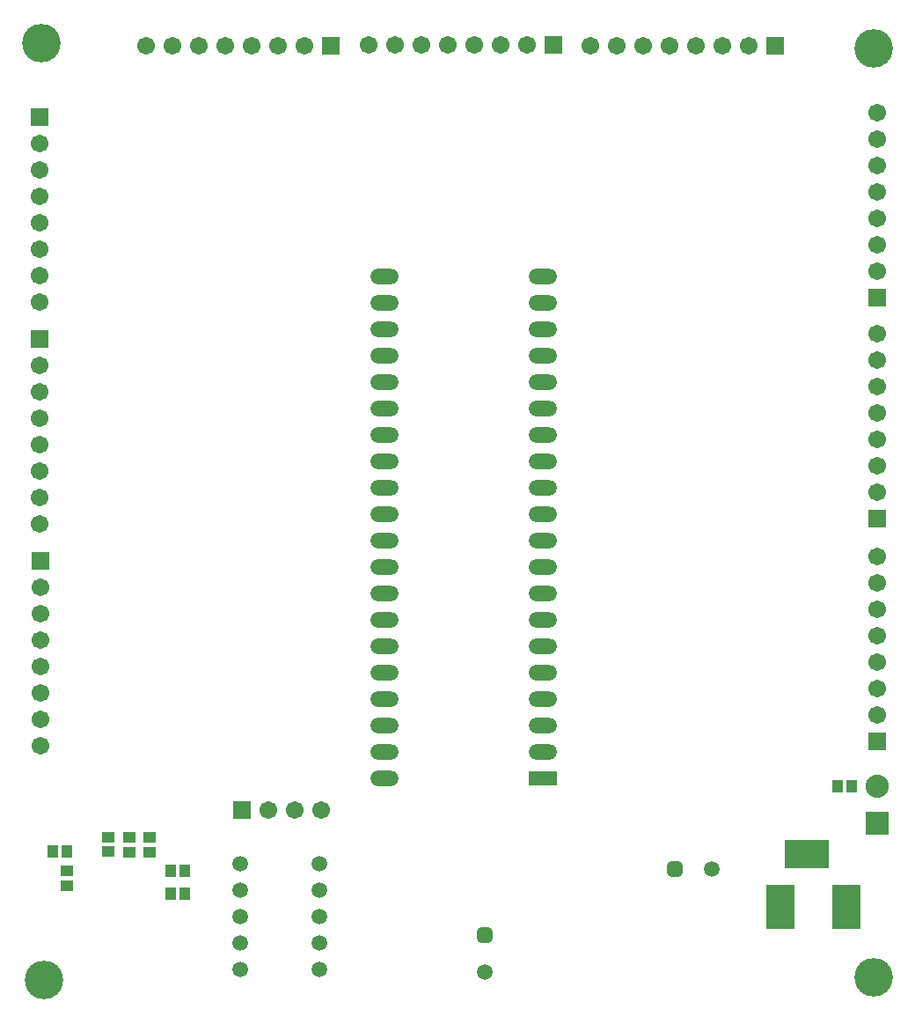
<source format=gbs>
G04*
G04 #@! TF.GenerationSoftware,Altium Limited,Altium Designer,22.7.1 (60)*
G04*
G04 Layer_Color=16711935*
%FSLAX24Y24*%
%MOIN*%
G70*
G04*
G04 #@! TF.SameCoordinates,CA99F4AA-E310-4CAD-8695-46E652682A35*
G04*
G04*
G04 #@! TF.FilePolarity,Negative*
G04*
G01*
G75*
%ADD41R,0.0454X0.0395*%
%ADD43R,0.0395X0.0454*%
%ADD49C,0.0880*%
%ADD50R,0.0880X0.0880*%
%ADD51C,0.0671*%
%ADD52R,0.0671X0.0671*%
%ADD53R,0.0671X0.0671*%
%ADD54R,0.1080X0.1680*%
%ADD55R,0.1680X0.1080*%
%ADD56C,0.1460*%
%ADD57R,0.1080X0.0580*%
%ADD58O,0.1080X0.0580*%
%ADD59C,0.0592*%
G04:AMPARAMS|DCode=60|XSize=59.2mil|YSize=59.2mil|CornerRadius=16.8mil|HoleSize=0mil|Usage=FLASHONLY|Rotation=180.000|XOffset=0mil|YOffset=0mil|HoleType=Round|Shape=RoundedRectangle|*
%AMROUNDEDRECTD60*
21,1,0.0592,0.0256,0,0,180.0*
21,1,0.0256,0.0592,0,0,180.0*
1,1,0.0336,-0.0128,0.0128*
1,1,0.0336,0.0128,0.0128*
1,1,0.0336,0.0128,-0.0128*
1,1,0.0336,-0.0128,-0.0128*
%
%ADD60ROUNDEDRECTD60*%
G04:AMPARAMS|DCode=61|XSize=59.2mil|YSize=59.2mil|CornerRadius=16.8mil|HoleSize=0mil|Usage=FLASHONLY|Rotation=90.000|XOffset=0mil|YOffset=0mil|HoleType=Round|Shape=RoundedRectangle|*
%AMROUNDEDRECTD61*
21,1,0.0592,0.0256,0,0,90.0*
21,1,0.0256,0.0592,0,0,90.0*
1,1,0.0336,0.0128,0.0128*
1,1,0.0336,0.0128,-0.0128*
1,1,0.0336,-0.0128,-0.0128*
1,1,0.0336,-0.0128,0.0128*
%
%ADD61ROUNDEDRECTD61*%
D41*
X26169Y17888D02*
D03*
Y17336D02*
D03*
X29315Y19150D02*
D03*
Y18599D02*
D03*
X27740Y19156D02*
D03*
Y18604D02*
D03*
X28527Y19150D02*
D03*
Y18599D02*
D03*
D43*
X55914Y21074D02*
D03*
X55363D02*
D03*
X30651Y17030D02*
D03*
X30100D02*
D03*
X30094Y17880D02*
D03*
X30646D02*
D03*
X26174Y18611D02*
D03*
X25623D02*
D03*
D49*
X56868Y21074D02*
D03*
D50*
Y19696D02*
D03*
D51*
X35810Y20180D02*
D03*
X34810D02*
D03*
X33810D02*
D03*
X25150Y31018D02*
D03*
Y32018D02*
D03*
Y34018D02*
D03*
Y36018D02*
D03*
Y37018D02*
D03*
Y35018D02*
D03*
Y33018D02*
D03*
X25170Y22628D02*
D03*
Y23628D02*
D03*
Y25628D02*
D03*
Y27628D02*
D03*
Y28628D02*
D03*
Y26628D02*
D03*
Y24628D02*
D03*
X25147Y41416D02*
D03*
Y43416D02*
D03*
Y45416D02*
D03*
Y44416D02*
D03*
Y42416D02*
D03*
Y40416D02*
D03*
Y39416D02*
D03*
X31184Y49136D02*
D03*
X33184D02*
D03*
X35184D02*
D03*
X34184D02*
D03*
X32184D02*
D03*
X30184D02*
D03*
X29184D02*
D03*
X39597Y49138D02*
D03*
X41597D02*
D03*
X43597D02*
D03*
X42597D02*
D03*
X40597D02*
D03*
X38597D02*
D03*
X37597D02*
D03*
X48009Y49136D02*
D03*
X50009D02*
D03*
X52009D02*
D03*
X51009D02*
D03*
X49009D02*
D03*
X47009D02*
D03*
X46009D02*
D03*
X56868Y27803D02*
D03*
Y25803D02*
D03*
Y23803D02*
D03*
Y24803D02*
D03*
Y26803D02*
D03*
Y28803D02*
D03*
Y29803D02*
D03*
Y36213D02*
D03*
Y34213D02*
D03*
Y32213D02*
D03*
Y33213D02*
D03*
Y35213D02*
D03*
Y37213D02*
D03*
Y38213D02*
D03*
X56862Y44581D02*
D03*
Y42581D02*
D03*
Y40581D02*
D03*
Y41581D02*
D03*
Y43581D02*
D03*
Y45581D02*
D03*
Y46581D02*
D03*
D52*
X32810Y20180D02*
D03*
X36184Y49136D02*
D03*
X44597Y49138D02*
D03*
X53009Y49136D02*
D03*
D53*
X25150Y38018D02*
D03*
X25170Y29628D02*
D03*
X25147Y46416D02*
D03*
X56868Y22803D02*
D03*
Y31213D02*
D03*
X56862Y39581D02*
D03*
D54*
X53207Y16516D02*
D03*
X55707D02*
D03*
D55*
X54207Y18516D02*
D03*
D56*
X56753Y13848D02*
D03*
X25288Y13740D02*
D03*
X56744Y49018D02*
D03*
X25193Y49215D02*
D03*
D57*
X44200Y21380D02*
D03*
D58*
Y22380D02*
D03*
Y23380D02*
D03*
Y24380D02*
D03*
Y25380D02*
D03*
Y26380D02*
D03*
Y27380D02*
D03*
Y28380D02*
D03*
Y29380D02*
D03*
Y30380D02*
D03*
Y31380D02*
D03*
Y32380D02*
D03*
Y33380D02*
D03*
Y34380D02*
D03*
Y35380D02*
D03*
Y36380D02*
D03*
Y37380D02*
D03*
Y38380D02*
D03*
Y39380D02*
D03*
Y40380D02*
D03*
X38200Y21380D02*
D03*
Y22380D02*
D03*
Y23380D02*
D03*
Y24380D02*
D03*
Y25380D02*
D03*
Y26380D02*
D03*
Y27380D02*
D03*
Y28380D02*
D03*
Y29380D02*
D03*
Y30380D02*
D03*
Y31380D02*
D03*
Y32380D02*
D03*
Y33380D02*
D03*
Y34380D02*
D03*
Y35380D02*
D03*
Y36380D02*
D03*
Y37380D02*
D03*
Y38380D02*
D03*
Y39380D02*
D03*
Y40380D02*
D03*
D59*
X32740Y16150D02*
D03*
Y17150D02*
D03*
Y18150D02*
D03*
Y15150D02*
D03*
Y14150D02*
D03*
X35740D02*
D03*
Y15150D02*
D03*
Y16150D02*
D03*
Y17150D02*
D03*
Y18150D02*
D03*
X50592Y17952D02*
D03*
X42020Y14066D02*
D03*
D60*
X49214Y17952D02*
D03*
D61*
X42020Y15444D02*
D03*
M02*

</source>
